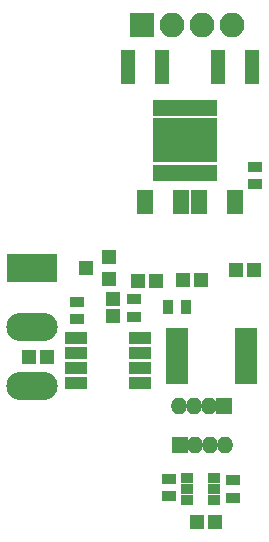
<source format=gbr>
G04 #@! TF.GenerationSoftware,KiCad,Pcbnew,(2018-02-16 revision c95340fba)-makepkg*
G04 #@! TF.CreationDate,2018-04-24T18:33:14+02:00*
G04 #@! TF.ProjectId,lmd,6C6D642E6B696361645F706362000000,rev?*
G04 #@! TF.SameCoordinates,Original*
G04 #@! TF.FileFunction,Soldermask,Top*
G04 #@! TF.FilePolarity,Negative*
%FSLAX46Y46*%
G04 Gerber Fmt 4.6, Leading zero omitted, Abs format (unit mm)*
G04 Created by KiCad (PCBNEW (2018-02-16 revision c95340fba)-makepkg) date 04/24/18 18:33:14*
%MOMM*%
%LPD*%
G01*
G04 APERTURE LIST*
%ADD10R,1.300000X2.900000*%
%ADD11O,4.360000X2.380000*%
%ADD12R,4.360000X2.380000*%
%ADD13R,1.950000X1.000000*%
%ADD14O,2.100000X2.100000*%
%ADD15R,2.100000X2.100000*%
%ADD16R,1.200000X1.150000*%
%ADD17R,1.150000X1.200000*%
%ADD18R,1.300000X1.200000*%
%ADD19R,1.300000X0.900000*%
%ADD20C,1.150000*%
%ADD21R,5.400000X3.800000*%
%ADD22R,0.850000X1.450000*%
%ADD23O,1.400000X1.400000*%
%ADD24R,1.400000X1.400000*%
%ADD25R,1.850000X0.850000*%
%ADD26R,1.100000X0.910000*%
%ADD27R,1.400000X2.000000*%
%ADD28R,0.900000X1.300000*%
G04 APERTURE END LIST*
D10*
X116365360Y-94899480D03*
X119265360Y-94899480D03*
D11*
X108254800Y-121912400D03*
X108254800Y-116912400D03*
D12*
X108254800Y-111912400D03*
D13*
X117406400Y-117881400D03*
X117406400Y-119151400D03*
X117406400Y-120421400D03*
X117406400Y-121691400D03*
X112006400Y-121691400D03*
X112006400Y-120421400D03*
X112006400Y-119151400D03*
X112006400Y-117881400D03*
D14*
X125181360Y-91343480D03*
X122641360Y-91343480D03*
X120101360Y-91343480D03*
D15*
X117561360Y-91343480D03*
D16*
X109512800Y-119481600D03*
X108012800Y-119481600D03*
X122517600Y-112928400D03*
X121017600Y-112928400D03*
D17*
X115087400Y-116015200D03*
X115087400Y-114515200D03*
D18*
X112792000Y-111912400D03*
X114792000Y-110962400D03*
X114792000Y-112862400D03*
D19*
X112014000Y-114769200D03*
X112014000Y-116269200D03*
D10*
X123985360Y-94899480D03*
X126885360Y-94899480D03*
D20*
X119680860Y-101872480D03*
X119680860Y-100372480D03*
X121180860Y-101872480D03*
X121180860Y-100372480D03*
X122680860Y-101872480D03*
X122680860Y-100372480D03*
D21*
X121180860Y-101122480D03*
D22*
X123455860Y-103897480D03*
X122805860Y-103897480D03*
X122155860Y-103897480D03*
X121505860Y-103897480D03*
X120855860Y-103897480D03*
X120205860Y-103897480D03*
X119555860Y-103897480D03*
X118905860Y-103897480D03*
X118905860Y-98347480D03*
X119555860Y-98347480D03*
X120205860Y-98347480D03*
X120855860Y-98347480D03*
X121505860Y-98347480D03*
X122155860Y-98347480D03*
X122805860Y-98347480D03*
X123455860Y-98347480D03*
D23*
X120713500Y-123634500D03*
X121983500Y-123634500D03*
X123253500Y-123634500D03*
D24*
X124523500Y-123634500D03*
X120777000Y-126936500D03*
D23*
X122047000Y-126936500D03*
X123317000Y-126936500D03*
X124587000Y-126936500D03*
D19*
X116840000Y-114566000D03*
X116840000Y-116066000D03*
D25*
X126394000Y-117430000D03*
X126394000Y-118080000D03*
X126394000Y-118730000D03*
X126394000Y-119380000D03*
X126394000Y-120030000D03*
X126394000Y-120680000D03*
X126394000Y-121330000D03*
X120494000Y-121330000D03*
X120494000Y-120680000D03*
X120494000Y-120030000D03*
X120494000Y-119380000D03*
X120494000Y-118730000D03*
X120494000Y-118080000D03*
X120494000Y-117430000D03*
D26*
X123689600Y-129669500D03*
X123689600Y-130619500D03*
X123689600Y-131569500D03*
X121369600Y-131569500D03*
X121369600Y-130619500D03*
X121369600Y-129669500D03*
D16*
X122236800Y-133451600D03*
X123736800Y-133451600D03*
D19*
X119837200Y-129755200D03*
X119837200Y-131255200D03*
X125272800Y-129856800D03*
X125272800Y-131356800D03*
D16*
X125538800Y-112064800D03*
X127038800Y-112064800D03*
X118758400Y-113030000D03*
X117258400Y-113030000D03*
D27*
X117839360Y-106329480D03*
X120839360Y-106329480D03*
X125411360Y-106329480D03*
X122411360Y-106329480D03*
D28*
X121298400Y-115214400D03*
X119798400Y-115214400D03*
D19*
X127101600Y-103339200D03*
X127101600Y-104839200D03*
M02*

</source>
